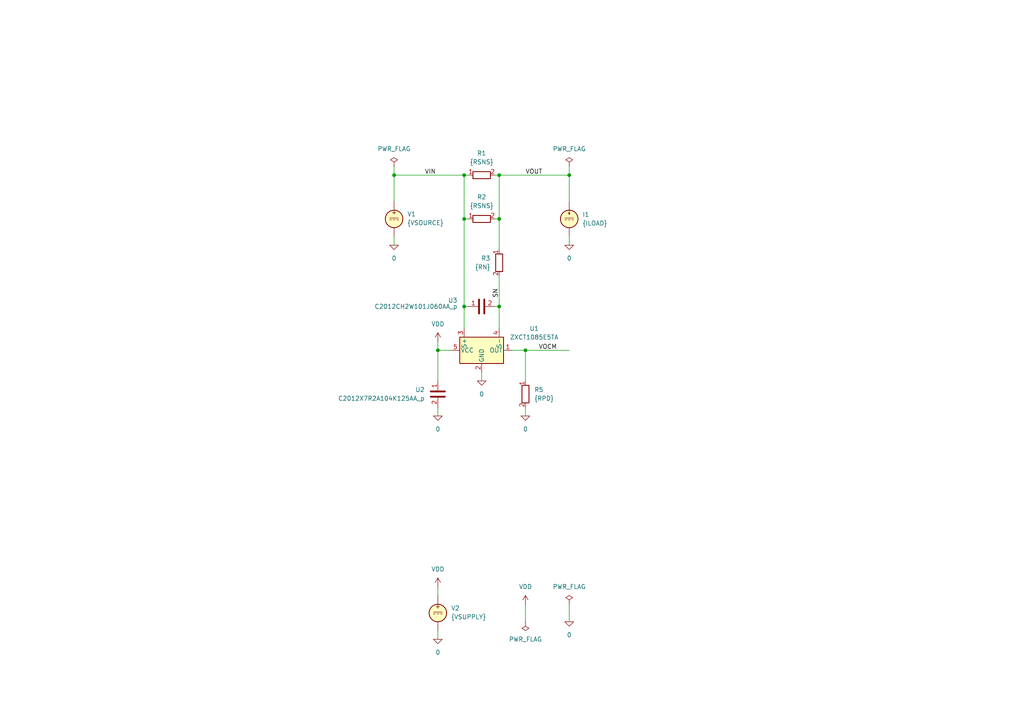
<source format=kicad_sch>
(kicad_sch
	(version 20231120)
	(generator "eeschema")
	(generator_version "8.0")
	(uuid "786903c5-f39d-4492-b767-66772001bda6")
	(paper "A4")
	(title_block
		(title "Voltage output current monitor")
		(date "2024-04-06")
		(rev "1")
		(company "astroelectronic@")
		(comment 1 "-")
		(comment 2 "-")
		(comment 3 "-")
		(comment 4 "AE01001085")
	)
	(lib_symbols
		(symbol "ZXCT1085:0"
			(power)
			(pin_numbers hide)
			(pin_names
				(offset 0) hide)
			(exclude_from_sim no)
			(in_bom yes)
			(on_board yes)
			(property "Reference" "#GND"
				(at 0 -5.08 0)
				(effects
					(font
						(size 1.27 1.27)
					)
					(hide yes)
				)
			)
			(property "Value" "0"
				(at 0 -2.54 0)
				(effects
					(font
						(size 1.27 1.27)
					)
				)
			)
			(property "Footprint" ""
				(at 0 0 0)
				(effects
					(font
						(size 1.27 1.27)
					)
					(hide yes)
				)
			)
			(property "Datasheet" "https://ngspice.sourceforge.io/docs/ngspice-html-manual/manual.xhtml#subsec_Circuit_elements__device"
				(at 0 -10.16 0)
				(effects
					(font
						(size 1.27 1.27)
					)
					(hide yes)
				)
			)
			(property "Description" "0V reference potential for simulation"
				(at 0 -7.62 0)
				(effects
					(font
						(size 1.27 1.27)
					)
					(hide yes)
				)
			)
			(property "ki_keywords" "simulation"
				(at 0 0 0)
				(effects
					(font
						(size 1.27 1.27)
					)
					(hide yes)
				)
			)
			(symbol "0_0_1"
				(polyline
					(pts
						(xy -1.27 0) (xy 0 -1.27) (xy 1.27 0) (xy -1.27 0)
					)
					(stroke
						(width 0)
						(type default)
					)
					(fill
						(type none)
					)
				)
			)
			(symbol "0_1_1"
				(pin power_in line
					(at 0 0 0)
					(length 0)
					(name "~"
						(effects
							(font
								(size 1.016 1.016)
							)
						)
					)
					(number "1"
						(effects
							(font
								(size 1.016 1.016)
							)
						)
					)
				)
			)
		)
		(symbol "ZXCT1085:C"
			(pin_names
				(offset 0.254) hide)
			(exclude_from_sim no)
			(in_bom yes)
			(on_board yes)
			(property "Reference" "C"
				(at 0.635 2.54 0)
				(effects
					(font
						(size 1.27 1.27)
					)
					(justify left)
				)
			)
			(property "Value" "C"
				(at 0.635 -2.54 0)
				(effects
					(font
						(size 1.27 1.27)
					)
					(justify left)
				)
			)
			(property "Footprint" ""
				(at 0.9652 -3.81 0)
				(effects
					(font
						(size 1.27 1.27)
					)
					(hide yes)
				)
			)
			(property "Datasheet" "~"
				(at 0 0 0)
				(effects
					(font
						(size 1.27 1.27)
					)
					(hide yes)
				)
			)
			(property "Description" "Unpolarized capacitor"
				(at 0 0 0)
				(effects
					(font
						(size 1.27 1.27)
					)
					(hide yes)
				)
			)
			(property "ki_keywords" "cap capacitor"
				(at 0 0 0)
				(effects
					(font
						(size 1.27 1.27)
					)
					(hide yes)
				)
			)
			(property "ki_fp_filters" "C_*"
				(at 0 0 0)
				(effects
					(font
						(size 1.27 1.27)
					)
					(hide yes)
				)
			)
			(symbol "C_0_1"
				(polyline
					(pts
						(xy -2.032 -0.762) (xy 2.032 -0.762)
					)
					(stroke
						(width 0.508)
						(type default)
					)
					(fill
						(type none)
					)
				)
				(polyline
					(pts
						(xy -2.032 0.762) (xy 2.032 0.762)
					)
					(stroke
						(width 0.508)
						(type default)
					)
					(fill
						(type none)
					)
				)
			)
			(symbol "C_1_1"
				(pin passive line
					(at 0 3.81 270)
					(length 2.794)
					(name "~"
						(effects
							(font
								(size 1.27 1.27)
							)
						)
					)
					(number "1"
						(effects
							(font
								(size 1.27 1.27)
							)
						)
					)
				)
				(pin passive line
					(at 0 -3.81 90)
					(length 2.794)
					(name "~"
						(effects
							(font
								(size 1.27 1.27)
							)
						)
					)
					(number "2"
						(effects
							(font
								(size 1.27 1.27)
							)
						)
					)
				)
			)
		)
		(symbol "ZXCT1085:IDC"
			(pin_numbers hide)
			(pin_names
				(offset 0.0254)
			)
			(exclude_from_sim no)
			(in_bom yes)
			(on_board yes)
			(property "Reference" "I"
				(at 2.54 2.54 0)
				(effects
					(font
						(size 1.27 1.27)
					)
					(justify left)
				)
			)
			(property "Value" "1"
				(at 2.54 0 0)
				(effects
					(font
						(size 1.27 1.27)
					)
					(justify left)
				)
			)
			(property "Footprint" ""
				(at 0 0 0)
				(effects
					(font
						(size 1.27 1.27)
					)
					(hide yes)
				)
			)
			(property "Datasheet" "https://ngspice.sourceforge.io/docs/ngspice-html-manual/manual.xhtml#sec_Independent_Sources_for"
				(at 0 0 0)
				(effects
					(font
						(size 1.27 1.27)
					)
					(hide yes)
				)
			)
			(property "Description" "Current source, DC"
				(at 0 0 0)
				(effects
					(font
						(size 1.27 1.27)
					)
					(hide yes)
				)
			)
			(property "Sim.Pins" "1=+ 2=-"
				(at 0 0 0)
				(effects
					(font
						(size 1.27 1.27)
					)
					(hide yes)
				)
			)
			(property "Sim.Type" "DC"
				(at 0 0 0)
				(effects
					(font
						(size 1.27 1.27)
					)
					(hide yes)
				)
			)
			(property "Sim.Device" "I"
				(at 0 0 0)
				(effects
					(font
						(size 1.27 1.27)
					)
					(hide yes)
				)
			)
			(property "ki_keywords" "simulation"
				(at 0 0 0)
				(effects
					(font
						(size 1.27 1.27)
					)
					(hide yes)
				)
			)
			(symbol "IDC_0_0"
				(polyline
					(pts
						(xy -1.27 0.254) (xy 1.27 0.254)
					)
					(stroke
						(width 0)
						(type default)
					)
					(fill
						(type none)
					)
				)
				(polyline
					(pts
						(xy -0.762 -0.254) (xy -1.27 -0.254)
					)
					(stroke
						(width 0)
						(type default)
					)
					(fill
						(type none)
					)
				)
				(polyline
					(pts
						(xy 0.254 -0.254) (xy -0.254 -0.254)
					)
					(stroke
						(width 0)
						(type default)
					)
					(fill
						(type none)
					)
				)
				(polyline
					(pts
						(xy 1.27 -0.254) (xy 0.762 -0.254)
					)
					(stroke
						(width 0)
						(type default)
					)
					(fill
						(type none)
					)
				)
			)
			(symbol "IDC_0_1"
				(polyline
					(pts
						(xy 0 1.27) (xy 0 2.286)
					)
					(stroke
						(width 0)
						(type default)
					)
					(fill
						(type none)
					)
				)
				(polyline
					(pts
						(xy -0.254 1.778) (xy 0 1.27) (xy 0.254 1.778)
					)
					(stroke
						(width 0)
						(type default)
					)
					(fill
						(type none)
					)
				)
				(circle
					(center 0 0)
					(radius 2.54)
					(stroke
						(width 0.254)
						(type default)
					)
					(fill
						(type background)
					)
				)
			)
			(symbol "IDC_1_1"
				(pin passive line
					(at 0 5.08 270)
					(length 2.54)
					(name "~"
						(effects
							(font
								(size 1.27 1.27)
							)
						)
					)
					(number "1"
						(effects
							(font
								(size 1.27 1.27)
							)
						)
					)
				)
				(pin passive line
					(at 0 -5.08 90)
					(length 2.54)
					(name "~"
						(effects
							(font
								(size 1.27 1.27)
							)
						)
					)
					(number "2"
						(effects
							(font
								(size 1.27 1.27)
							)
						)
					)
				)
			)
		)
		(symbol "ZXCT1085:PWR_FLAG"
			(power)
			(pin_numbers hide)
			(pin_names
				(offset 0) hide)
			(exclude_from_sim no)
			(in_bom yes)
			(on_board yes)
			(property "Reference" "#FLG"
				(at 0 1.905 0)
				(effects
					(font
						(size 1.27 1.27)
					)
					(hide yes)
				)
			)
			(property "Value" "PWR_FLAG"
				(at 0 3.81 0)
				(effects
					(font
						(size 1.27 1.27)
					)
				)
			)
			(property "Footprint" ""
				(at 0 0 0)
				(effects
					(font
						(size 1.27 1.27)
					)
					(hide yes)
				)
			)
			(property "Datasheet" "~"
				(at 0 0 0)
				(effects
					(font
						(size 1.27 1.27)
					)
					(hide yes)
				)
			)
			(property "Description" "Special symbol for telling ERC where power comes from"
				(at 0 0 0)
				(effects
					(font
						(size 1.27 1.27)
					)
					(hide yes)
				)
			)
			(property "ki_keywords" "flag power"
				(at 0 0 0)
				(effects
					(font
						(size 1.27 1.27)
					)
					(hide yes)
				)
			)
			(symbol "PWR_FLAG_0_0"
				(pin power_out line
					(at 0 0 90)
					(length 0)
					(name "~"
						(effects
							(font
								(size 1.27 1.27)
							)
						)
					)
					(number "1"
						(effects
							(font
								(size 1.27 1.27)
							)
						)
					)
				)
			)
			(symbol "PWR_FLAG_0_1"
				(polyline
					(pts
						(xy 0 0) (xy 0 1.27) (xy -1.016 1.905) (xy 0 2.54) (xy 1.016 1.905) (xy 0 1.27)
					)
					(stroke
						(width 0)
						(type default)
					)
					(fill
						(type none)
					)
				)
			)
		)
		(symbol "ZXCT1085:R"
			(pin_names
				(offset 0) hide)
			(exclude_from_sim no)
			(in_bom yes)
			(on_board yes)
			(property "Reference" "R"
				(at 2.032 0 90)
				(effects
					(font
						(size 1.27 1.27)
					)
				)
			)
			(property "Value" "R"
				(at 0 0 90)
				(effects
					(font
						(size 1.27 1.27)
					)
				)
			)
			(property "Footprint" ""
				(at -1.778 0 90)
				(effects
					(font
						(size 1.27 1.27)
					)
					(hide yes)
				)
			)
			(property "Datasheet" "~"
				(at 0 0 0)
				(effects
					(font
						(size 1.27 1.27)
					)
					(hide yes)
				)
			)
			(property "Description" "Resistor"
				(at 0 0 0)
				(effects
					(font
						(size 1.27 1.27)
					)
					(hide yes)
				)
			)
			(property "ki_keywords" "R res resistor"
				(at 0 0 0)
				(effects
					(font
						(size 1.27 1.27)
					)
					(hide yes)
				)
			)
			(property "ki_fp_filters" "R_*"
				(at 0 0 0)
				(effects
					(font
						(size 1.27 1.27)
					)
					(hide yes)
				)
			)
			(symbol "R_0_1"
				(rectangle
					(start -1.016 -2.54)
					(end 1.016 2.54)
					(stroke
						(width 0.254)
						(type default)
					)
					(fill
						(type none)
					)
				)
			)
			(symbol "R_1_1"
				(pin passive line
					(at 0 3.81 270)
					(length 1.27)
					(name "~"
						(effects
							(font
								(size 1.27 1.27)
							)
						)
					)
					(number "1"
						(effects
							(font
								(size 1.27 1.27)
							)
						)
					)
				)
				(pin passive line
					(at 0 -3.81 90)
					(length 1.27)
					(name "~"
						(effects
							(font
								(size 1.27 1.27)
							)
						)
					)
					(number "2"
						(effects
							(font
								(size 1.27 1.27)
							)
						)
					)
				)
			)
		)
		(symbol "ZXCT1085:VDC"
			(pin_numbers hide)
			(pin_names
				(offset 0.0254)
			)
			(exclude_from_sim no)
			(in_bom yes)
			(on_board yes)
			(property "Reference" "V"
				(at 2.54 2.54 0)
				(effects
					(font
						(size 1.27 1.27)
					)
					(justify left)
				)
			)
			(property "Value" "1"
				(at 2.54 0 0)
				(effects
					(font
						(size 1.27 1.27)
					)
					(justify left)
				)
			)
			(property "Footprint" ""
				(at 0 0 0)
				(effects
					(font
						(size 1.27 1.27)
					)
					(hide yes)
				)
			)
			(property "Datasheet" "https://ngspice.sourceforge.io/docs/ngspice-html-manual/manual.xhtml#sec_Independent_Sources_for"
				(at 0 0 0)
				(effects
					(font
						(size 1.27 1.27)
					)
					(hide yes)
				)
			)
			(property "Description" "Voltage source, DC"
				(at 0 0 0)
				(effects
					(font
						(size 1.27 1.27)
					)
					(hide yes)
				)
			)
			(property "Sim.Pins" "1=+ 2=-"
				(at 0 0 0)
				(effects
					(font
						(size 1.27 1.27)
					)
					(hide yes)
				)
			)
			(property "Sim.Type" "DC"
				(at 0 0 0)
				(effects
					(font
						(size 1.27 1.27)
					)
					(hide yes)
				)
			)
			(property "Sim.Device" "V"
				(at 0 0 0)
				(effects
					(font
						(size 1.27 1.27)
					)
					(justify left)
					(hide yes)
				)
			)
			(property "ki_keywords" "simulation"
				(at 0 0 0)
				(effects
					(font
						(size 1.27 1.27)
					)
					(hide yes)
				)
			)
			(symbol "VDC_0_0"
				(polyline
					(pts
						(xy -1.27 0.254) (xy 1.27 0.254)
					)
					(stroke
						(width 0)
						(type default)
					)
					(fill
						(type none)
					)
				)
				(polyline
					(pts
						(xy -0.762 -0.254) (xy -1.27 -0.254)
					)
					(stroke
						(width 0)
						(type default)
					)
					(fill
						(type none)
					)
				)
				(polyline
					(pts
						(xy 0.254 -0.254) (xy -0.254 -0.254)
					)
					(stroke
						(width 0)
						(type default)
					)
					(fill
						(type none)
					)
				)
				(polyline
					(pts
						(xy 1.27 -0.254) (xy 0.762 -0.254)
					)
					(stroke
						(width 0)
						(type default)
					)
					(fill
						(type none)
					)
				)
				(text "+"
					(at 0 1.905 0)
					(effects
						(font
							(size 1.27 1.27)
						)
					)
				)
			)
			(symbol "VDC_0_1"
				(circle
					(center 0 0)
					(radius 2.54)
					(stroke
						(width 0.254)
						(type default)
					)
					(fill
						(type background)
					)
				)
			)
			(symbol "VDC_1_1"
				(pin passive line
					(at 0 5.08 270)
					(length 2.54)
					(name "~"
						(effects
							(font
								(size 1.27 1.27)
							)
						)
					)
					(number "1"
						(effects
							(font
								(size 1.27 1.27)
							)
						)
					)
				)
				(pin passive line
					(at 0 -5.08 90)
					(length 2.54)
					(name "~"
						(effects
							(font
								(size 1.27 1.27)
							)
						)
					)
					(number "2"
						(effects
							(font
								(size 1.27 1.27)
							)
						)
					)
				)
			)
		)
		(symbol "ZXCT1085:VDD"
			(power)
			(pin_numbers hide)
			(pin_names
				(offset 0) hide)
			(exclude_from_sim no)
			(in_bom yes)
			(on_board yes)
			(property "Reference" "#PWR"
				(at 0 -3.81 0)
				(effects
					(font
						(size 1.27 1.27)
					)
					(hide yes)
				)
			)
			(property "Value" "VDD"
				(at 0 3.556 0)
				(effects
					(font
						(size 1.27 1.27)
					)
				)
			)
			(property "Footprint" ""
				(at 0 0 0)
				(effects
					(font
						(size 1.27 1.27)
					)
					(hide yes)
				)
			)
			(property "Datasheet" ""
				(at 0 0 0)
				(effects
					(font
						(size 1.27 1.27)
					)
					(hide yes)
				)
			)
			(property "Description" "Power symbol creates a global label with name \"VDD\""
				(at 0 0 0)
				(effects
					(font
						(size 1.27 1.27)
					)
					(hide yes)
				)
			)
			(property "ki_keywords" "global power"
				(at 0 0 0)
				(effects
					(font
						(size 1.27 1.27)
					)
					(hide yes)
				)
			)
			(symbol "VDD_0_1"
				(polyline
					(pts
						(xy -0.762 1.27) (xy 0 2.54)
					)
					(stroke
						(width 0)
						(type default)
					)
					(fill
						(type none)
					)
				)
				(polyline
					(pts
						(xy 0 0) (xy 0 2.54)
					)
					(stroke
						(width 0)
						(type default)
					)
					(fill
						(type none)
					)
				)
				(polyline
					(pts
						(xy 0 2.54) (xy 0.762 1.27)
					)
					(stroke
						(width 0)
						(type default)
					)
					(fill
						(type none)
					)
				)
			)
			(symbol "VDD_1_1"
				(pin power_in line
					(at 0 0 90)
					(length 0)
					(name "~"
						(effects
							(font
								(size 1.27 1.27)
							)
						)
					)
					(number "1"
						(effects
							(font
								(size 1.27 1.27)
							)
						)
					)
				)
			)
		)
		(symbol "ZXCT1085:ZXCT1085"
			(pin_names
				(offset 0.254)
			)
			(exclude_from_sim no)
			(in_bom yes)
			(on_board yes)
			(property "Reference" "U"
				(at 7.62 1.27 0)
				(effects
					(font
						(size 1.27 1.27)
					)
					(justify left)
				)
			)
			(property "Value" "ZXCT1085"
				(at 7.62 -1.27 0)
				(effects
					(font
						(size 1.27 1.27)
					)
					(justify left)
				)
			)
			(property "Footprint" ""
				(at 0 0 0)
				(effects
					(font
						(size 1.27 1.27)
					)
					(hide yes)
				)
			)
			(property "Datasheet" "https://www.diodes.com/assets/Datasheets/ZXCT1085.pdf"
				(at -0.254 0.254 0)
				(effects
					(font
						(size 1.27 1.27)
					)
					(hide yes)
				)
			)
			(property "Description" ""
				(at 0 0 0)
				(effects
					(font
						(size 1.27 1.27)
					)
					(hide yes)
				)
			)
			(property "ki_keywords" "simmodeel"
				(at 0 0 0)
				(effects
					(font
						(size 1.27 1.27)
					)
					(hide yes)
				)
			)
			(property "ki_fp_filters" "SOT?23*"
				(at 0 0 0)
				(effects
					(font
						(size 1.27 1.27)
					)
					(hide yes)
				)
			)
			(symbol "ZXCT1085_0_1"
				(rectangle
					(start -6.35 3.81)
					(end 6.35 -3.81)
					(stroke
						(width 0.254)
						(type default)
					)
					(fill
						(type background)
					)
				)
			)
			(symbol "ZXCT1085_1_1"
				(pin passive line
					(at 8.89 0 180)
					(length 2.54)
					(name "OUT"
						(effects
							(font
								(size 1.27 1.27)
							)
						)
					)
					(number "1"
						(effects
							(font
								(size 1.27 1.27)
							)
						)
					)
				)
				(pin passive line
					(at 0 -6.35 90)
					(length 2.54)
					(name "GND"
						(effects
							(font
								(size 1.27 1.27)
							)
						)
					)
					(number "2"
						(effects
							(font
								(size 1.27 1.27)
							)
						)
					)
				)
				(pin passive line
					(at -5.08 6.35 270)
					(length 2.54)
					(name "S+"
						(effects
							(font
								(size 1.27 1.27)
							)
						)
					)
					(number "3"
						(effects
							(font
								(size 1.27 1.27)
							)
						)
					)
				)
				(pin passive line
					(at 5.08 6.35 270)
					(length 2.54)
					(name "S-"
						(effects
							(font
								(size 1.27 1.27)
							)
						)
					)
					(number "4"
						(effects
							(font
								(size 1.27 1.27)
							)
						)
					)
				)
				(pin passive line
					(at -8.89 0 0)
					(length 2.54)
					(name "VCC"
						(effects
							(font
								(size 1.27 1.27)
							)
						)
					)
					(number "5"
						(effects
							(font
								(size 1.27 1.27)
							)
						)
					)
				)
			)
		)
	)
	(junction
		(at 134.62 88.9)
		(diameter 0)
		(color 0 0 0 0)
		(uuid "15fcee5c-2427-49de-9d58-00493536f4f7")
	)
	(junction
		(at 127 101.6)
		(diameter 0)
		(color 0 0 0 0)
		(uuid "3ec1f937-29f9-4c8e-9714-caaf56f63b95")
	)
	(junction
		(at 144.78 88.9)
		(diameter 0)
		(color 0 0 0 0)
		(uuid "5cc46125-2df1-4eff-a036-1843c457398a")
	)
	(junction
		(at 114.3 50.8)
		(diameter 0)
		(color 0 0 0 0)
		(uuid "5e72133c-0691-4731-a725-17452f5e3a94")
	)
	(junction
		(at 144.78 63.5)
		(diameter 0)
		(color 0 0 0 0)
		(uuid "6b1a8690-e9d4-4e6e-9aaa-42d0ced9724e")
	)
	(junction
		(at 144.78 50.8)
		(diameter 0)
		(color 0 0 0 0)
		(uuid "76bae42a-1ffd-4d9e-a514-f0ce0cc45571")
	)
	(junction
		(at 165.1 50.8)
		(diameter 0)
		(color 0 0 0 0)
		(uuid "778d86ad-b8aa-4d27-a2a7-7c9bae451c94")
	)
	(junction
		(at 134.62 63.5)
		(diameter 0)
		(color 0 0 0 0)
		(uuid "99855b65-33e3-4b5c-a6aa-d31e30e6b6c9")
	)
	(junction
		(at 134.62 50.8)
		(diameter 0)
		(color 0 0 0 0)
		(uuid "a5eeda4d-0bd1-4eca-8cce-e8eb4ae265dd")
	)
	(junction
		(at 152.4 101.6)
		(diameter 0)
		(color 0 0 0 0)
		(uuid "f3d1bd19-c2ed-41a0-92e9-3d39b8b75496")
	)
	(wire
		(pts
			(xy 152.4 175.26) (xy 152.4 180.34)
		)
		(stroke
			(width 0)
			(type default)
		)
		(uuid "0215b628-212c-4795-894b-7f25f35fd5d4")
	)
	(wire
		(pts
			(xy 127 99.06) (xy 127 101.6)
		)
		(stroke
			(width 0)
			(type default)
		)
		(uuid "0251deaf-1a4f-4974-8555-3abdecd65eae")
	)
	(wire
		(pts
			(xy 152.4 101.6) (xy 152.4 110.49)
		)
		(stroke
			(width 0)
			(type default)
		)
		(uuid "077980af-bb11-4c8d-8f57-0572714c2863")
	)
	(wire
		(pts
			(xy 144.78 88.9) (xy 143.51 88.9)
		)
		(stroke
			(width 0)
			(type default)
		)
		(uuid "11eaa658-53ac-490e-90ed-5abc92c574e2")
	)
	(wire
		(pts
			(xy 165.1 48.26) (xy 165.1 50.8)
		)
		(stroke
			(width 0)
			(type default)
		)
		(uuid "1234d257-919b-4cc9-afca-10aef5aebb3c")
	)
	(wire
		(pts
			(xy 144.78 95.25) (xy 144.78 88.9)
		)
		(stroke
			(width 0)
			(type default)
		)
		(uuid "175735f2-dd36-494c-bb72-68e2faeb2852")
	)
	(wire
		(pts
			(xy 144.78 50.8) (xy 165.1 50.8)
		)
		(stroke
			(width 0)
			(type default)
		)
		(uuid "1890f4f7-a5fe-4bad-89bd-33fffd6a4adc")
	)
	(wire
		(pts
			(xy 134.62 95.25) (xy 134.62 88.9)
		)
		(stroke
			(width 0)
			(type default)
		)
		(uuid "24cea43b-e839-4a52-9f5e-3ed022710f77")
	)
	(wire
		(pts
			(xy 144.78 63.5) (xy 144.78 50.8)
		)
		(stroke
			(width 0)
			(type default)
		)
		(uuid "26dadbf5-60be-42db-8a7f-6c38282be27a")
	)
	(wire
		(pts
			(xy 152.4 118.11) (xy 152.4 120.65)
		)
		(stroke
			(width 0)
			(type default)
		)
		(uuid "35542498-b834-48a0-b85b-0a885fc8ed55")
	)
	(wire
		(pts
			(xy 134.62 88.9) (xy 134.62 63.5)
		)
		(stroke
			(width 0)
			(type default)
		)
		(uuid "36e6b21b-58d5-4de1-8f5f-36c95c869adf")
	)
	(wire
		(pts
			(xy 114.3 48.26) (xy 114.3 50.8)
		)
		(stroke
			(width 0)
			(type default)
		)
		(uuid "37e7d36c-ccd8-47b7-973b-3226a30b09a6")
	)
	(wire
		(pts
			(xy 134.62 50.8) (xy 135.89 50.8)
		)
		(stroke
			(width 0)
			(type default)
		)
		(uuid "3fce04c1-4b8b-42eb-a364-9108326277ea")
	)
	(wire
		(pts
			(xy 144.78 50.8) (xy 143.51 50.8)
		)
		(stroke
			(width 0)
			(type default)
		)
		(uuid "419d2316-e016-4a56-84e3-fe9c4608c409")
	)
	(wire
		(pts
			(xy 144.78 63.5) (xy 143.51 63.5)
		)
		(stroke
			(width 0)
			(type default)
		)
		(uuid "46cafb8b-6251-49b7-8963-3742e2603e82")
	)
	(wire
		(pts
			(xy 139.7 107.95) (xy 139.7 110.49)
		)
		(stroke
			(width 0)
			(type default)
		)
		(uuid "567bfd62-b740-4f78-80e4-a73835a6eb2c")
	)
	(wire
		(pts
			(xy 152.4 101.6) (xy 165.1 101.6)
		)
		(stroke
			(width 0)
			(type default)
		)
		(uuid "6c0c4b79-56e2-4491-bdd6-8037d8afca06")
	)
	(wire
		(pts
			(xy 165.1 68.58) (xy 165.1 71.12)
		)
		(stroke
			(width 0)
			(type default)
		)
		(uuid "72dea0cf-4785-4124-bfe6-a1767bf1e6b1")
	)
	(wire
		(pts
			(xy 134.62 63.5) (xy 134.62 50.8)
		)
		(stroke
			(width 0)
			(type default)
		)
		(uuid "75270fd3-0253-40f0-8a83-fa1c51d06d32")
	)
	(wire
		(pts
			(xy 144.78 80.01) (xy 144.78 88.9)
		)
		(stroke
			(width 0)
			(type default)
		)
		(uuid "7a3f2a1c-8579-42b7-89ce-01f222854318")
	)
	(wire
		(pts
			(xy 127 182.88) (xy 127 185.42)
		)
		(stroke
			(width 0)
			(type default)
		)
		(uuid "7ec7dbb6-9239-4f33-a006-1e9e22c58fbe")
	)
	(wire
		(pts
			(xy 127 170.18) (xy 127 172.72)
		)
		(stroke
			(width 0)
			(type default)
		)
		(uuid "85072239-15b8-478d-a1d0-5ba49fc438c4")
	)
	(wire
		(pts
			(xy 127 110.49) (xy 127 101.6)
		)
		(stroke
			(width 0)
			(type default)
		)
		(uuid "8b74db20-34f6-47a2-a810-752840237eb2")
	)
	(wire
		(pts
			(xy 114.3 50.8) (xy 134.62 50.8)
		)
		(stroke
			(width 0)
			(type default)
		)
		(uuid "8f3f668e-9988-4ca8-a7b6-0eca90adff8a")
	)
	(wire
		(pts
			(xy 134.62 88.9) (xy 135.89 88.9)
		)
		(stroke
			(width 0)
			(type default)
		)
		(uuid "8f8aa475-4ad0-4384-9c0d-f4ada246adb0")
	)
	(wire
		(pts
			(xy 165.1 175.26) (xy 165.1 180.34)
		)
		(stroke
			(width 0)
			(type default)
		)
		(uuid "96fc6d0c-5c2a-4927-b4b2-1f9c21dbfca0")
	)
	(wire
		(pts
			(xy 127 101.6) (xy 130.81 101.6)
		)
		(stroke
			(width 0)
			(type default)
		)
		(uuid "98414765-4e5c-4515-8ec4-5fe51b91668a")
	)
	(wire
		(pts
			(xy 134.62 63.5) (xy 135.89 63.5)
		)
		(stroke
			(width 0)
			(type default)
		)
		(uuid "a383b14e-f558-45c5-a177-bd86aa22c5ff")
	)
	(wire
		(pts
			(xy 144.78 72.39) (xy 144.78 63.5)
		)
		(stroke
			(width 0)
			(type default)
		)
		(uuid "ad19695e-fac8-47d5-a116-5502d5ace70c")
	)
	(wire
		(pts
			(xy 165.1 50.8) (xy 165.1 58.42)
		)
		(stroke
			(width 0)
			(type default)
		)
		(uuid "d6646fd8-2518-4430-a844-2221a011f3c0")
	)
	(wire
		(pts
			(xy 114.3 68.58) (xy 114.3 71.12)
		)
		(stroke
			(width 0)
			(type default)
		)
		(uuid "de28effa-8f8f-4486-a3c3-197b7f68f550")
	)
	(wire
		(pts
			(xy 127 118.11) (xy 127 120.65)
		)
		(stroke
			(width 0)
			(type default)
		)
		(uuid "e619979e-7883-405f-b4c1-60a8671ddded")
	)
	(wire
		(pts
			(xy 114.3 58.42) (xy 114.3 50.8)
		)
		(stroke
			(width 0)
			(type default)
		)
		(uuid "ea8c634e-7793-4f03-be63-5b64b36036ad")
	)
	(wire
		(pts
			(xy 148.59 101.6) (xy 152.4 101.6)
		)
		(stroke
			(width 0)
			(type default)
		)
		(uuid "fa316e6c-46cd-4ada-8661-65352008f0c4")
	)
	(label "VOUT"
		(at 152.4 50.8 0)
		(fields_autoplaced yes)
		(effects
			(font
				(size 1.27 1.27)
			)
			(justify left bottom)
		)
		(uuid "75fb80a4-cc61-403d-bf94-54972cdb268a")
	)
	(label "SN"
		(at 144.78 86.36 90)
		(fields_autoplaced yes)
		(effects
			(font
				(size 1.27 1.27)
			)
			(justify left bottom)
		)
		(uuid "779affe6-b34e-4bfc-b191-c8ddf1a25262")
	)
	(label "VIN"
		(at 123.19 50.8 0)
		(fields_autoplaced yes)
		(effects
			(font
				(size 1.27 1.27)
			)
			(justify left bottom)
		)
		(uuid "a345b0b5-5d2f-4872-9044-9b9d7a301d59")
	)
	(label "VOCM"
		(at 156.21 101.6 0)
		(fields_autoplaced yes)
		(effects
			(font
				(size 1.27 1.27)
			)
			(justify left bottom)
		)
		(uuid "c1d5ba1e-8512-4db7-a163-8f62fc080dc9")
	)
	(symbol
		(lib_id "ZXCT1085:PWR_FLAG")
		(at 165.1 175.26 0)
		(unit 1)
		(exclude_from_sim no)
		(in_bom yes)
		(on_board yes)
		(dnp no)
		(fields_autoplaced yes)
		(uuid "0800984f-6324-4f67-949a-ef9b0c939c3f")
		(property "Reference" "#FLG03"
			(at 165.1 173.355 0)
			(effects
				(font
					(size 1.27 1.27)
				)
				(hide yes)
			)
		)
		(property "Value" "PWR_FLAG"
			(at 165.1 170.18 0)
			(effects
				(font
					(size 1.27 1.27)
				)
			)
		)
		(property "Footprint" ""
			(at 165.1 175.26 0)
			(effects
				(font
					(size 1.27 1.27)
				)
				(hide yes)
			)
		)
		(property "Datasheet" "~"
			(at 165.1 175.26 0)
			(effects
				(font
					(size 1.27 1.27)
				)
				(hide yes)
			)
		)
		(property "Description" "Special symbol for telling ERC where power comes from"
			(at 165.1 175.26 0)
			(effects
				(font
					(size 1.27 1.27)
				)
				(hide yes)
			)
		)
		(pin "1"
			(uuid "6c095738-0cd8-421c-822f-9923bc375b13")
		)
		(instances
			(project "ZXCT1085"
				(path "/786903c5-f39d-4492-b767-66772001bda6"
					(reference "#FLG03")
					(unit 1)
				)
			)
		)
	)
	(symbol
		(lib_id "ZXCT1085:0")
		(at 152.4 120.65 0)
		(unit 1)
		(exclude_from_sim no)
		(in_bom yes)
		(on_board yes)
		(dnp no)
		(fields_autoplaced yes)
		(uuid "0fa1c324-eead-4d2f-8f45-92566de2b9b6")
		(property "Reference" "#GND04"
			(at 152.4 125.73 0)
			(effects
				(font
					(size 1.27 1.27)
				)
				(hide yes)
			)
		)
		(property "Value" "0"
			(at 152.4 124.46 0)
			(effects
				(font
					(size 1.27 1.27)
				)
			)
		)
		(property "Footprint" ""
			(at 152.4 120.65 0)
			(effects
				(font
					(size 1.27 1.27)
				)
				(hide yes)
			)
		)
		(property "Datasheet" "https://ngspice.sourceforge.io/docs/ngspice-html-manual/manual.xhtml#subsec_Circuit_elements__device"
			(at 152.4 130.81 0)
			(effects
				(font
					(size 1.27 1.27)
				)
				(hide yes)
			)
		)
		(property "Description" "0V reference potential for simulation"
			(at 152.4 128.27 0)
			(effects
				(font
					(size 1.27 1.27)
				)
				(hide yes)
			)
		)
		(pin "1"
			(uuid "c7a6039c-eabd-48ae-9726-ed59da130570")
		)
		(instances
			(project "ZXCT1085"
				(path "/786903c5-f39d-4492-b767-66772001bda6"
					(reference "#GND04")
					(unit 1)
				)
			)
		)
	)
	(symbol
		(lib_id "ZXCT1085:R")
		(at 139.7 63.5 90)
		(unit 1)
		(exclude_from_sim no)
		(in_bom yes)
		(on_board yes)
		(dnp no)
		(fields_autoplaced yes)
		(uuid "27933474-6587-42c9-8699-86901b39c091")
		(property "Reference" "R2"
			(at 139.7 57.15 90)
			(effects
				(font
					(size 1.27 1.27)
				)
			)
		)
		(property "Value" "{RSNS}"
			(at 139.7 59.69 90)
			(effects
				(font
					(size 1.27 1.27)
				)
			)
		)
		(property "Footprint" ""
			(at 139.7 65.278 90)
			(effects
				(font
					(size 1.27 1.27)
				)
				(hide yes)
			)
		)
		(property "Datasheet" "~"
			(at 139.7 63.5 0)
			(effects
				(font
					(size 1.27 1.27)
				)
				(hide yes)
			)
		)
		(property "Description" "Resistor"
			(at 139.7 63.5 0)
			(effects
				(font
					(size 1.27 1.27)
				)
				(hide yes)
			)
		)
		(pin "2"
			(uuid "4890a793-4bb6-45ba-b506-b74e3608108d")
		)
		(pin "1"
			(uuid "f38c44fb-8c5b-489d-874c-5cb6a2d3be15")
		)
		(instances
			(project "ZXCT1085"
				(path "/786903c5-f39d-4492-b767-66772001bda6"
					(reference "R2")
					(unit 1)
				)
			)
		)
	)
	(symbol
		(lib_id "ZXCT1085:R")
		(at 139.7 50.8 90)
		(unit 1)
		(exclude_from_sim no)
		(in_bom yes)
		(on_board yes)
		(dnp no)
		(fields_autoplaced yes)
		(uuid "27b86754-9b24-4b46-9852-87e20fa8e04c")
		(property "Reference" "R1"
			(at 139.7 44.45 90)
			(effects
				(font
					(size 1.27 1.27)
				)
			)
		)
		(property "Value" "{RSNS}"
			(at 139.7 46.99 90)
			(effects
				(font
					(size 1.27 1.27)
				)
			)
		)
		(property "Footprint" ""
			(at 139.7 52.578 90)
			(effects
				(font
					(size 1.27 1.27)
				)
				(hide yes)
			)
		)
		(property "Datasheet" "~"
			(at 139.7 50.8 0)
			(effects
				(font
					(size 1.27 1.27)
				)
				(hide yes)
			)
		)
		(property "Description" "Resistor"
			(at 139.7 50.8 0)
			(effects
				(font
					(size 1.27 1.27)
				)
				(hide yes)
			)
		)
		(pin "2"
			(uuid "a9e887d7-b64e-4c7a-bc2e-92af4f4a9676")
		)
		(pin "1"
			(uuid "3ac32942-a898-4364-8f51-6725439b166a")
		)
		(instances
			(project "ZXCT1085"
				(path "/786903c5-f39d-4492-b767-66772001bda6"
					(reference "R1")
					(unit 1)
				)
			)
		)
	)
	(symbol
		(lib_id "ZXCT1085:VDC")
		(at 114.3 63.5 0)
		(unit 1)
		(exclude_from_sim no)
		(in_bom yes)
		(on_board yes)
		(dnp no)
		(fields_autoplaced yes)
		(uuid "2d4b906e-dda3-47ee-9a8b-671d3412ac18")
		(property "Reference" "V1"
			(at 118.11 62.1001 0)
			(effects
				(font
					(size 1.27 1.27)
				)
				(justify left)
			)
		)
		(property "Value" "{VSOURCE}"
			(at 118.11 64.6401 0)
			(effects
				(font
					(size 1.27 1.27)
				)
				(justify left)
			)
		)
		(property "Footprint" ""
			(at 114.3 63.5 0)
			(effects
				(font
					(size 1.27 1.27)
				)
				(hide yes)
			)
		)
		(property "Datasheet" "https://ngspice.sourceforge.io/docs/ngspice-html-manual/manual.xhtml#sec_Independent_Sources_for"
			(at 114.3 63.5 0)
			(effects
				(font
					(size 1.27 1.27)
				)
				(hide yes)
			)
		)
		(property "Description" "Voltage source, DC"
			(at 114.3 63.5 0)
			(effects
				(font
					(size 1.27 1.27)
				)
				(hide yes)
			)
		)
		(property "Sim.Pins" "1=+ 2=-"
			(at 114.3 63.5 0)
			(effects
				(font
					(size 1.27 1.27)
				)
				(hide yes)
			)
		)
		(property "Sim.Type" "DC"
			(at 114.3 63.5 0)
			(effects
				(font
					(size 1.27 1.27)
				)
				(hide yes)
			)
		)
		(property "Sim.Device" "V"
			(at 114.3 63.5 0)
			(effects
				(font
					(size 1.27 1.27)
				)
				(justify left)
				(hide yes)
			)
		)
		(pin "2"
			(uuid "c3104649-9bbc-41e0-8145-a1b1d27e6a70")
		)
		(pin "1"
			(uuid "8bdb5583-4f7f-439e-9cb7-5626ae69475c")
		)
		(instances
			(project "ZXCT1085"
				(path "/786903c5-f39d-4492-b767-66772001bda6"
					(reference "V1")
					(unit 1)
				)
			)
		)
	)
	(symbol
		(lib_id "ZXCT1085:R")
		(at 144.78 76.2 0)
		(unit 1)
		(exclude_from_sim no)
		(in_bom yes)
		(on_board yes)
		(dnp no)
		(fields_autoplaced yes)
		(uuid "3a7795f1-9aeb-421f-a771-00208a9c8368")
		(property "Reference" "R3"
			(at 142.24 74.9299 0)
			(effects
				(font
					(size 1.27 1.27)
				)
				(justify right)
			)
		)
		(property "Value" "{RN}"
			(at 142.24 77.4699 0)
			(effects
				(font
					(size 1.27 1.27)
				)
				(justify right)
			)
		)
		(property "Footprint" ""
			(at 143.002 76.2 90)
			(effects
				(font
					(size 1.27 1.27)
				)
				(hide yes)
			)
		)
		(property "Datasheet" "~"
			(at 144.78 76.2 0)
			(effects
				(font
					(size 1.27 1.27)
				)
				(hide yes)
			)
		)
		(property "Description" "Resistor"
			(at 144.78 76.2 0)
			(effects
				(font
					(size 1.27 1.27)
				)
				(hide yes)
			)
		)
		(pin "2"
			(uuid "d8511c88-f6a1-41f3-832b-4bfe73027000")
		)
		(pin "1"
			(uuid "61a2b9f7-25d4-49b5-8b11-58fc5e9ab751")
		)
		(instances
			(project "ZXCT1085"
				(path "/786903c5-f39d-4492-b767-66772001bda6"
					(reference "R3")
					(unit 1)
				)
			)
		)
	)
	(symbol
		(lib_id "ZXCT1085:0")
		(at 127 120.65 0)
		(unit 1)
		(exclude_from_sim no)
		(in_bom yes)
		(on_board yes)
		(dnp no)
		(fields_autoplaced yes)
		(uuid "3caa9f00-b823-4699-9265-3aa27c32451a")
		(property "Reference" "#GND03"
			(at 127 125.73 0)
			(effects
				(font
					(size 1.27 1.27)
				)
				(hide yes)
			)
		)
		(property "Value" "0"
			(at 127 124.46 0)
			(effects
				(font
					(size 1.27 1.27)
				)
			)
		)
		(property "Footprint" ""
			(at 127 120.65 0)
			(effects
				(font
					(size 1.27 1.27)
				)
				(hide yes)
			)
		)
		(property "Datasheet" "https://ngspice.sourceforge.io/docs/ngspice-html-manual/manual.xhtml#subsec_Circuit_elements__device"
			(at 127 130.81 0)
			(effects
				(font
					(size 1.27 1.27)
				)
				(hide yes)
			)
		)
		(property "Description" "0V reference potential for simulation"
			(at 127 128.27 0)
			(effects
				(font
					(size 1.27 1.27)
				)
				(hide yes)
			)
		)
		(pin "1"
			(uuid "c42c511f-6f44-4fd0-b77e-ca531593f03a")
		)
		(instances
			(project "ZXCT1085"
				(path "/786903c5-f39d-4492-b767-66772001bda6"
					(reference "#GND03")
					(unit 1)
				)
			)
		)
	)
	(symbol
		(lib_id "ZXCT1085:VDD")
		(at 127 99.06 0)
		(unit 1)
		(exclude_from_sim no)
		(in_bom yes)
		(on_board yes)
		(dnp no)
		(fields_autoplaced yes)
		(uuid "49812d34-4400-46ed-9f1d-4698b3658e0f")
		(property "Reference" "#PWR01"
			(at 127 102.87 0)
			(effects
				(font
					(size 1.27 1.27)
				)
				(hide yes)
			)
		)
		(property "Value" "VDD"
			(at 127 93.98 0)
			(effects
				(font
					(size 1.27 1.27)
				)
			)
		)
		(property "Footprint" ""
			(at 127 99.06 0)
			(effects
				(font
					(size 1.27 1.27)
				)
				(hide yes)
			)
		)
		(property "Datasheet" ""
			(at 127 99.06 0)
			(effects
				(font
					(size 1.27 1.27)
				)
				(hide yes)
			)
		)
		(property "Description" "Power symbol creates a global label with name \"VDD\""
			(at 127 99.06 0)
			(effects
				(font
					(size 1.27 1.27)
				)
				(hide yes)
			)
		)
		(pin "1"
			(uuid "b7f2d545-0720-46b5-86c9-2dbdc0c65fb3")
		)
		(instances
			(project "ZXCT1085"
				(path "/786903c5-f39d-4492-b767-66772001bda6"
					(reference "#PWR01")
					(unit 1)
				)
			)
		)
	)
	(symbol
		(lib_id "ZXCT1085:VDD")
		(at 152.4 175.26 0)
		(unit 1)
		(exclude_from_sim no)
		(in_bom yes)
		(on_board yes)
		(dnp no)
		(fields_autoplaced yes)
		(uuid "4b37c51b-1017-4407-9f15-8be0ead3abbb")
		(property "Reference" "#PWR03"
			(at 152.4 179.07 0)
			(effects
				(font
					(size 1.27 1.27)
				)
				(hide yes)
			)
		)
		(property "Value" "VDD"
			(at 152.4 170.18 0)
			(effects
				(font
					(size 1.27 1.27)
				)
			)
		)
		(property "Footprint" ""
			(at 152.4 175.26 0)
			(effects
				(font
					(size 1.27 1.27)
				)
				(hide yes)
			)
		)
		(property "Datasheet" ""
			(at 152.4 175.26 0)
			(effects
				(font
					(size 1.27 1.27)
				)
				(hide yes)
			)
		)
		(property "Description" "Power symbol creates a global label with name \"VDD\""
			(at 152.4 175.26 0)
			(effects
				(font
					(size 1.27 1.27)
				)
				(hide yes)
			)
		)
		(pin "1"
			(uuid "0b2d7974-4cd8-424c-8c9e-53137b74e5aa")
		)
		(instances
			(project "ZXCT1085"
				(path "/786903c5-f39d-4492-b767-66772001bda6"
					(reference "#PWR03")
					(unit 1)
				)
			)
		)
	)
	(symbol
		(lib_id "ZXCT1085:0")
		(at 139.7 110.49 0)
		(unit 1)
		(exclude_from_sim no)
		(in_bom yes)
		(on_board yes)
		(dnp no)
		(fields_autoplaced yes)
		(uuid "595e58f7-a3f3-4ca6-9503-afe1c653e24d")
		(property "Reference" "#GND01"
			(at 139.7 115.57 0)
			(effects
				(font
					(size 1.27 1.27)
				)
				(hide yes)
			)
		)
		(property "Value" "0"
			(at 139.7 114.3 0)
			(effects
				(font
					(size 1.27 1.27)
				)
			)
		)
		(property "Footprint" ""
			(at 139.7 110.49 0)
			(effects
				(font
					(size 1.27 1.27)
				)
				(hide yes)
			)
		)
		(property "Datasheet" "https://ngspice.sourceforge.io/docs/ngspice-html-manual/manual.xhtml#subsec_Circuit_elements__device"
			(at 139.7 120.65 0)
			(effects
				(font
					(size 1.27 1.27)
				)
				(hide yes)
			)
		)
		(property "Description" "0V reference potential for simulation"
			(at 139.7 118.11 0)
			(effects
				(font
					(size 1.27 1.27)
				)
				(hide yes)
			)
		)
		(pin "1"
			(uuid "b3b43a26-0026-43fe-b785-dc598ab6172a")
		)
		(instances
			(project "ZXCT1085"
				(path "/786903c5-f39d-4492-b767-66772001bda6"
					(reference "#GND01")
					(unit 1)
				)
			)
		)
	)
	(symbol
		(lib_id "ZXCT1085:PWR_FLAG")
		(at 114.3 48.26 0)
		(unit 1)
		(exclude_from_sim no)
		(in_bom yes)
		(on_board yes)
		(dnp no)
		(fields_autoplaced yes)
		(uuid "5d41fd84-60c7-40ef-b66d-35299ff3355b")
		(property "Reference" "#FLG01"
			(at 114.3 46.355 0)
			(effects
				(font
					(size 1.27 1.27)
				)
				(hide yes)
			)
		)
		(property "Value" "PWR_FLAG"
			(at 114.3 43.18 0)
			(effects
				(font
					(size 1.27 1.27)
				)
			)
		)
		(property "Footprint" ""
			(at 114.3 48.26 0)
			(effects
				(font
					(size 1.27 1.27)
				)
				(hide yes)
			)
		)
		(property "Datasheet" "~"
			(at 114.3 48.26 0)
			(effects
				(font
					(size 1.27 1.27)
				)
				(hide yes)
			)
		)
		(property "Description" "Special symbol for telling ERC where power comes from"
			(at 114.3 48.26 0)
			(effects
				(font
					(size 1.27 1.27)
				)
				(hide yes)
			)
		)
		(pin "1"
			(uuid "d664589d-4b1e-4d11-8000-5332f2bd63c6")
		)
		(instances
			(project "ZXCT1085"
				(path "/786903c5-f39d-4492-b767-66772001bda6"
					(reference "#FLG01")
					(unit 1)
				)
			)
		)
	)
	(symbol
		(lib_id "ZXCT1085:PWR_FLAG")
		(at 152.4 180.34 180)
		(unit 1)
		(exclude_from_sim no)
		(in_bom yes)
		(on_board yes)
		(dnp no)
		(fields_autoplaced yes)
		(uuid "5f36650e-0de1-42c4-8035-0b2abd8f9478")
		(property "Reference" "#FLG04"
			(at 152.4 182.245 0)
			(effects
				(font
					(size 1.27 1.27)
				)
				(hide yes)
			)
		)
		(property "Value" "PWR_FLAG"
			(at 152.4 185.42 0)
			(effects
				(font
					(size 1.27 1.27)
				)
			)
		)
		(property "Footprint" ""
			(at 152.4 180.34 0)
			(effects
				(font
					(size 1.27 1.27)
				)
				(hide yes)
			)
		)
		(property "Datasheet" "~"
			(at 152.4 180.34 0)
			(effects
				(font
					(size 1.27 1.27)
				)
				(hide yes)
			)
		)
		(property "Description" "Special symbol for telling ERC where power comes from"
			(at 152.4 180.34 0)
			(effects
				(font
					(size 1.27 1.27)
				)
				(hide yes)
			)
		)
		(pin "1"
			(uuid "a6852580-6471-4a1c-aecd-f4f3f23de885")
		)
		(instances
			(project "ZXCT1085"
				(path "/786903c5-f39d-4492-b767-66772001bda6"
					(reference "#FLG04")
					(unit 1)
				)
			)
		)
	)
	(symbol
		(lib_id "ZXCT1085:C")
		(at 127 114.3 0)
		(unit 1)
		(exclude_from_sim no)
		(in_bom yes)
		(on_board yes)
		(dnp no)
		(fields_autoplaced yes)
		(uuid "809d38ad-9784-4bd6-a2d3-b90231d35d67")
		(property "Reference" "U2"
			(at 123.19 113.0299 0)
			(effects
				(font
					(size 1.27 1.27)
				)
				(justify right)
			)
		)
		(property "Value" "C2012X7R2A104K125AA_p"
			(at 123.19 115.5699 0)
			(effects
				(font
					(size 1.27 1.27)
				)
				(justify right)
			)
		)
		(property "Footprint" ""
			(at 127.9652 118.11 0)
			(effects
				(font
					(size 1.27 1.27)
				)
				(hide yes)
			)
		)
		(property "Datasheet" "~"
			(at 127 114.3 0)
			(effects
				(font
					(size 1.27 1.27)
				)
				(hide yes)
			)
		)
		(property "Description" "Unpolarized capacitor"
			(at 127 114.3 0)
			(effects
				(font
					(size 1.27 1.27)
				)
				(hide yes)
			)
		)
		(property "Sim.Device" "SUBCKT"
			(at 127 114.3 0)
			(effects
				(font
					(size 1.27 1.27)
				)
				(hide yes)
			)
		)
		(property "Sim.Pins" "1=n1 2=n2"
			(at 127 114.3 0)
			(effects
				(font
					(size 1.27 1.27)
				)
				(hide yes)
			)
		)
		(property "Sim.Library" "_models\\C2012X7R2A104K125AA_p.mod"
			(at 127 114.3 0)
			(effects
				(font
					(size 1.27 1.27)
				)
				(hide yes)
			)
		)
		(property "Sim.Name" "C2012X7R2A104K125AA_p"
			(at 127 114.3 0)
			(effects
				(font
					(size 1.27 1.27)
				)
				(hide yes)
			)
		)
		(pin "2"
			(uuid "1977a328-885c-404b-9f53-48940dc4eebb")
		)
		(pin "1"
			(uuid "f44919f2-ae21-405c-98bc-07113a862702")
		)
		(instances
			(project "ZXCT1085"
				(path "/786903c5-f39d-4492-b767-66772001bda6"
					(reference "U2")
					(unit 1)
				)
			)
		)
	)
	(symbol
		(lib_id "ZXCT1085:PWR_FLAG")
		(at 165.1 48.26 0)
		(unit 1)
		(exclude_from_sim no)
		(in_bom yes)
		(on_board yes)
		(dnp no)
		(fields_autoplaced yes)
		(uuid "8b1f5dd0-3403-4c6a-89a7-516afef1f0ae")
		(property "Reference" "#FLG02"
			(at 165.1 46.355 0)
			(effects
				(font
					(size 1.27 1.27)
				)
				(hide yes)
			)
		)
		(property "Value" "PWR_FLAG"
			(at 165.1 43.18 0)
			(effects
				(font
					(size 1.27 1.27)
				)
			)
		)
		(property "Footprint" ""
			(at 165.1 48.26 0)
			(effects
				(font
					(size 1.27 1.27)
				)
				(hide yes)
			)
		)
		(property "Datasheet" "~"
			(at 165.1 48.26 0)
			(effects
				(font
					(size 1.27 1.27)
				)
				(hide yes)
			)
		)
		(property "Description" "Special symbol for telling ERC where power comes from"
			(at 165.1 48.26 0)
			(effects
				(font
					(size 1.27 1.27)
				)
				(hide yes)
			)
		)
		(pin "1"
			(uuid "bc4df10f-09ab-407f-bd55-5648aace184b")
		)
		(instances
			(project "ZXCT1085"
				(path "/786903c5-f39d-4492-b767-66772001bda6"
					(reference "#FLG02")
					(unit 1)
				)
			)
		)
	)
	(symbol
		(lib_id "ZXCT1085:VDC")
		(at 127 177.8 0)
		(unit 1)
		(exclude_from_sim no)
		(in_bom yes)
		(on_board yes)
		(dnp no)
		(fields_autoplaced yes)
		(uuid "9358d0c7-d6e6-438b-9b23-e3e76cd9f63e")
		(property "Reference" "V2"
			(at 130.81 176.4001 0)
			(effects
				(font
					(size 1.27 1.27)
				)
				(justify left)
			)
		)
		(property "Value" "{VSUPPLY}"
			(at 130.81 178.9401 0)
			(effects
				(font
					(size 1.27 1.27)
				)
				(justify left)
			)
		)
		(property "Footprint" ""
			(at 127 177.8 0)
			(effects
				(font
					(size 1.27 1.27)
				)
				(hide yes)
			)
		)
		(property "Datasheet" "https://ngspice.sourceforge.io/docs/ngspice-html-manual/manual.xhtml#sec_Independent_Sources_for"
			(at 127 177.8 0)
			(effects
				(font
					(size 1.27 1.27)
				)
				(hide yes)
			)
		)
		(property "Description" "Voltage source, DC"
			(at 127 177.8 0)
			(effects
				(font
					(size 1.27 1.27)
				)
				(hide yes)
			)
		)
		(property "Sim.Pins" "1=+ 2=-"
			(at 127 177.8 0)
			(effects
				(font
					(size 1.27 1.27)
				)
				(hide yes)
			)
		)
		(property "Sim.Type" "DC"
			(at 127 177.8 0)
			(effects
				(font
					(size 1.27 1.27)
				)
				(hide yes)
			)
		)
		(property "Sim.Device" "V"
			(at 127 177.8 0)
			(effects
				(font
					(size 1.27 1.27)
				)
				(justify left)
				(hide yes)
			)
		)
		(pin "2"
			(uuid "3bc83c31-c590-4fd7-ada2-d3ef7d4a9c44")
		)
		(pin "1"
			(uuid "10d22513-5db9-4a7e-b651-0ed0d136178f")
		)
		(instances
			(project "ZXCT1085"
				(path "/786903c5-f39d-4492-b767-66772001bda6"
					(reference "V2")
					(unit 1)
				)
			)
		)
	)
	(symbol
		(lib_id "ZXCT1085:0")
		(at 165.1 180.34 0)
		(unit 1)
		(exclude_from_sim no)
		(in_bom yes)
		(on_board yes)
		(dnp no)
		(fields_autoplaced yes)
		(uuid "a6a928e9-e84f-4f8e-83be-25ef9a4f40b9")
		(property "Reference" "#GND07"
			(at 165.1 185.42 0)
			(effects
				(font
					(size 1.27 1.27)
				)
				(hide yes)
			)
		)
		(property "Value" "0"
			(at 165.1 184.15 0)
			(effects
				(font
					(size 1.27 1.27)
				)
			)
		)
		(property "Footprint" ""
			(at 165.1 180.34 0)
			(effects
				(font
					(size 1.27 1.27)
				)
				(hide yes)
			)
		)
		(property "Datasheet" "https://ngspice.sourceforge.io/docs/ngspice-html-manual/manual.xhtml#subsec_Circuit_elements__device"
			(at 165.1 190.5 0)
			(effects
				(font
					(size 1.27 1.27)
				)
				(hide yes)
			)
		)
		(property "Description" "0V reference potential for simulation"
			(at 165.1 187.96 0)
			(effects
				(font
					(size 1.27 1.27)
				)
				(hide yes)
			)
		)
		(pin "1"
			(uuid "ab19eea4-18b2-4ab5-bd27-7bfdf8abd37a")
		)
		(instances
			(project "ZXCT1085"
				(path "/786903c5-f39d-4492-b767-66772001bda6"
					(reference "#GND07")
					(unit 1)
				)
			)
		)
	)
	(symbol
		(lib_id "ZXCT1085:R")
		(at 152.4 114.3 0)
		(unit 1)
		(exclude_from_sim no)
		(in_bom yes)
		(on_board yes)
		(dnp no)
		(fields_autoplaced yes)
		(uuid "b5d3ac42-3c04-44d4-ad9b-b41c63af886f")
		(property "Reference" "R5"
			(at 154.94 113.0299 0)
			(effects
				(font
					(size 1.27 1.27)
				)
				(justify left)
			)
		)
		(property "Value" "{RPD}"
			(at 154.94 115.5699 0)
			(effects
				(font
					(size 1.27 1.27)
				)
				(justify left)
			)
		)
		(property "Footprint" ""
			(at 150.622 114.3 90)
			(effects
				(font
					(size 1.27 1.27)
				)
				(hide yes)
			)
		)
		(property "Datasheet" "~"
			(at 152.4 114.3 0)
			(effects
				(font
					(size 1.27 1.27)
				)
				(hide yes)
			)
		)
		(property "Description" "Resistor"
			(at 152.4 114.3 0)
			(effects
				(font
					(size 1.27 1.27)
				)
				(hide yes)
			)
		)
		(pin "2"
			(uuid "f5647e2e-0363-44df-b08f-31d70f87f905")
		)
		(pin "1"
			(uuid "8722b30f-ea8d-4346-bb79-1f1a4b0e2514")
		)
		(instances
			(project "ZXCT1085"
				(path "/786903c5-f39d-4492-b767-66772001bda6"
					(reference "R5")
					(unit 1)
				)
			)
		)
	)
	(symbol
		(lib_id "ZXCT1085:ZXCT1085")
		(at 139.7 101.6 0)
		(unit 1)
		(exclude_from_sim no)
		(in_bom yes)
		(on_board yes)
		(dnp no)
		(fields_autoplaced yes)
		(uuid "c64269e4-fc8b-4de8-b35b-5b6af0527201")
		(property "Reference" "U1"
			(at 154.94 95.2814 0)
			(effects
				(font
					(size 1.27 1.27)
				)
			)
		)
		(property "Value" "ZXCT1085E5TA"
			(at 154.94 97.8214 0)
			(effects
				(font
					(size 1.27 1.27)
				)
			)
		)
		(property "Footprint" ""
			(at 139.7 101.6 0)
			(effects
				(font
					(size 1.27 1.27)
				)
				(hide yes)
			)
		)
		(property "Datasheet" "https://www.diodes.com/assets/Datasheets/ZXCT1085.pdf"
			(at 139.446 101.346 0)
			(effects
				(font
					(size 1.27 1.27)
				)
				(hide yes)
			)
		)
		(property "Description" ""
			(at 139.7 101.6 0)
			(effects
				(font
					(size 1.27 1.27)
				)
				(hide yes)
			)
		)
		(property "Sim.Library" "_models\\ZXCT1085E5TA.LIB"
			(at 139.7 101.6 0)
			(effects
				(font
					(size 1.27 1.27)
				)
				(hide yes)
			)
		)
		(property "Sim.Name" "ZXCT1085E5TA"
			(at 139.7 101.6 0)
			(effects
				(font
					(size 1.27 1.27)
				)
				(hide yes)
			)
		)
		(property "Sim.Device" "SUBCKT"
			(at 139.7 101.6 0)
			(effects
				(font
					(size 1.27 1.27)
				)
				(hide yes)
			)
		)
		(property "Sim.Pins" "1=OUT 2=GND 3=S+ 4=S- 5=VCC"
			(at 139.7 101.6 0)
			(effects
				(font
					(size 1.27 1.27)
				)
				(hide yes)
			)
		)
		(pin "3"
			(uuid "ed2bdda8-c76c-4bc1-a53d-83e237825ee9")
		)
		(pin "4"
			(uuid "05f9ec02-a022-48e7-86a8-f785361419e7")
		)
		(pin "1"
			(uuid "1efe2c44-3fee-42c9-a7de-becf3313529b")
		)
		(pin "2"
			(uuid "bcc115a2-02df-439b-abb3-19d82cccf4f4")
		)
		(pin "5"
			(uuid "81f5c3d4-16ba-4f82-bb57-2f7f781214da")
		)
		(instances
			(project "ZXCT1085"
				(path "/786903c5-f39d-4492-b767-66772001bda6"
					(reference "U1")
					(unit 1)
				)
			)
		)
	)
	(symbol
		(lib_id "ZXCT1085:C")
		(at 139.7 88.9 90)
		(unit 1)
		(exclude_from_sim no)
		(in_bom yes)
		(on_board yes)
		(dnp no)
		(uuid "d2f431dc-4f62-493c-abb7-edc8eff0f253")
		(property "Reference" "U3"
			(at 131.318 87.122 90)
			(effects
				(font
					(size 1.27 1.27)
				)
			)
		)
		(property "Value" "C2012CH2W101J060AA_p"
			(at 120.65 88.9 90)
			(effects
				(font
					(size 1.27 1.27)
				)
			)
		)
		(property "Footprint" ""
			(at 143.51 87.9348 0)
			(effects
				(font
					(size 1.27 1.27)
				)
				(hide yes)
			)
		)
		(property "Datasheet" "~"
			(at 139.7 88.9 0)
			(effects
				(font
					(size 1.27 1.27)
				)
				(hide yes)
			)
		)
		(property "Description" "Unpolarized capacitor"
			(at 139.7 88.9 0)
			(effects
				(font
					(size 1.27 1.27)
				)
				(hide yes)
			)
		)
		(property "Sim.Device" "SUBCKT"
			(at 139.7 88.9 0)
			(effects
				(font
					(size 1.27 1.27)
				)
				(hide yes)
			)
		)
		(property "Sim.Pins" "1=n1 2=n2"
			(at 139.7 88.9 0)
			(effects
				(font
					(size 1.27 1.27)
				)
				(hide yes)
			)
		)
		(property "Sim.Library" "_models\\C2012CH2W101J060AA_p.mod"
			(at 139.7 88.9 0)
			(effects
				(font
					(size 1.27 1.27)
				)
				(hide yes)
			)
		)
		(property "Sim.Name" "C2012CH2W101J060AA_p"
			(at 139.7 88.9 0)
			(effects
				(font
					(size 1.27 1.27)
				)
				(hide yes)
			)
		)
		(pin "2"
			(uuid "b322b79a-7bf8-4e1d-a3c3-511f6bf2f248")
		)
		(pin "1"
			(uuid "65304b40-2861-4026-9bbd-8459d5fb5755")
		)
		(instances
			(project "ZXCT1085"
				(path "/786903c5-f39d-4492-b767-66772001bda6"
					(reference "U3")
					(unit 1)
				)
			)
		)
	)
	(symbol
		(lib_id "ZXCT1085:IDC")
		(at 165.1 63.5 0)
		(unit 1)
		(exclude_from_sim no)
		(in_bom yes)
		(on_board yes)
		(dnp no)
		(fields_autoplaced yes)
		(uuid "d8109ecf-b244-4166-a83d-947f1555d1cb")
		(property "Reference" "I1"
			(at 168.91 62.2299 0)
			(effects
				(font
					(size 1.27 1.27)
				)
				(justify left)
			)
		)
		(property "Value" "{ILOAD}"
			(at 168.91 64.7699 0)
			(effects
				(font
					(size 1.27 1.27)
				)
				(justify left)
			)
		)
		(property "Footprint" ""
			(at 165.1 63.5 0)
			(effects
				(font
					(size 1.27 1.27)
				)
				(hide yes)
			)
		)
		(property "Datasheet" "https://ngspice.sourceforge.io/docs/ngspice-html-manual/manual.xhtml#sec_Independent_Sources_for"
			(at 165.1 63.5 0)
			(effects
				(font
					(size 1.27 1.27)
				)
				(hide yes)
			)
		)
		(property "Description" "Current source, DC"
			(at 165.1 63.5 0)
			(effects
				(font
					(size 1.27 1.27)
				)
				(hide yes)
			)
		)
		(property "Sim.Pins" "1=+ 2=-"
			(at 165.1 63.5 0)
			(effects
				(font
					(size 1.27 1.27)
				)
				(hide yes)
			)
		)
		(property "Sim.Type" "DC"
			(at 165.1 63.5 0)
			(effects
				(font
					(size 1.27 1.27)
				)
				(hide yes)
			)
		)
		(property "Sim.Device" "I"
			(at 165.1 63.5 0)
			(effects
				(font
					(size 1.27 1.27)
				)
				(hide yes)
			)
		)
		(pin "2"
			(uuid "d1a3e10f-e588-4275-938e-6d74188e6341")
		)
		(pin "1"
			(uuid "d0dfef29-9b27-46f0-8491-77bb9e414d8f")
		)
		(instances
			(project "ZXCT1085"
				(path "/786903c5-f39d-4492-b767-66772001bda6"
					(reference "I1")
					(unit 1)
				)
			)
		)
	)
	(symbol
		(lib_id "ZXCT1085:0")
		(at 127 185.42 0)
		(unit 1)
		(exclude_from_sim no)
		(in_bom yes)
		(on_board yes)
		(dnp no)
		(fields_autoplaced yes)
		(uuid "ddac9847-8b4d-4c69-8a30-59b8c715b11f")
		(property "Reference" "#GND08"
			(at 127 190.5 0)
			(effects
				(font
					(size 1.27 1.27)
				)
				(hide yes)
			)
		)
		(property "Value" "0"
			(at 127 189.23 0)
			(effects
				(font
					(size 1.27 1.27)
				)
			)
		)
		(property "Footprint" ""
			(at 127 185.42 0)
			(effects
				(font
					(size 1.27 1.27)
				)
				(hide yes)
			)
		)
		(property "Datasheet" "https://ngspice.sourceforge.io/docs/ngspice-html-manual/manual.xhtml#subsec_Circuit_elements__device"
			(at 127 195.58 0)
			(effects
				(font
					(size 1.27 1.27)
				)
				(hide yes)
			)
		)
		(property "Description" "0V reference potential for simulation"
			(at 127 193.04 0)
			(effects
				(font
					(size 1.27 1.27)
				)
				(hide yes)
			)
		)
		(pin "1"
			(uuid "7a3daa5d-c12d-4283-9e59-432303d88227")
		)
		(instances
			(project "ZXCT1085"
				(path "/786903c5-f39d-4492-b767-66772001bda6"
					(reference "#GND08")
					(unit 1)
				)
			)
		)
	)
	(symbol
		(lib_id "ZXCT1085:0")
		(at 165.1 71.12 0)
		(unit 1)
		(exclude_from_sim no)
		(in_bom yes)
		(on_board yes)
		(dnp no)
		(fields_autoplaced yes)
		(uuid "e4fabafa-016c-46b9-9036-522b8cb57f0c")
		(property "Reference" "#GND06"
			(at 165.1 76.2 0)
			(effects
				(font
					(size 1.27 1.27)
				)
				(hide yes)
			)
		)
		(property "Value" "0"
			(at 165.1 74.93 0)
			(effects
				(font
					(size 1.27 1.27)
				)
			)
		)
		(property "Footprint" ""
			(at 165.1 71.12 0)
			(effects
				(font
					(size 1.27 1.27)
				)
				(hide yes)
			)
		)
		(property "Datasheet" "https://ngspice.sourceforge.io/docs/ngspice-html-manual/manual.xhtml#subsec_Circuit_elements__device"
			(at 165.1 81.28 0)
			(effects
				(font
					(size 1.27 1.27)
				)
				(hide yes)
			)
		)
		(property "Description" "0V reference potential for simulation"
			(at 165.1 78.74 0)
			(effects
				(font
					(size 1.27 1.27)
				)
				(hide yes)
			)
		)
		(pin "1"
			(uuid "e5f43603-5232-48ff-818f-f2518e7add7b")
		)
		(instances
			(project "ZXCT1085"
				(path "/786903c5-f39d-4492-b767-66772001bda6"
					(reference "#GND06")
					(unit 1)
				)
			)
		)
	)
	(symbol
		(lib_id "ZXCT1085:0")
		(at 114.3 71.12 0)
		(unit 1)
		(exclude_from_sim no)
		(in_bom yes)
		(on_board yes)
		(dnp no)
		(fields_autoplaced yes)
		(uuid "ea704fa3-27b4-4f79-8fff-81ef4b21b1ac")
		(property "Reference" "#GND05"
			(at 114.3 76.2 0)
			(effects
				(font
					(size 1.27 1.27)
				)
				(hide yes)
			)
		)
		(property "Value" "0"
			(at 114.3 74.93 0)
			(effects
				(font
					(size 1.27 1.27)
				)
			)
		)
		(property "Footprint" ""
			(at 114.3 71.12 0)
			(effects
				(font
					(size 1.27 1.27)
				)
				(hide yes)
			)
		)
		(property "Datasheet" "https://ngspice.sourceforge.io/docs/ngspice-html-manual/manual.xhtml#subsec_Circuit_elements__device"
			(at 114.3 81.28 0)
			(effects
				(font
					(size 1.27 1.27)
				)
				(hide yes)
			)
		)
		(property "Description" "0V reference potential for simulation"
			(at 114.3 78.74 0)
			(effects
				(font
					(size 1.27 1.27)
				)
				(hide yes)
			)
		)
		(pin "1"
			(uuid "bb6e3b7d-1db2-4b19-9fb3-83417e18ca34")
		)
		(instances
			(project "ZXCT1085"
				(path "/786903c5-f39d-4492-b767-66772001bda6"
					(reference "#GND05")
					(unit 1)
				)
			)
		)
	)
	(symbol
		(lib_id "ZXCT1085:VDD")
		(at 127 170.18 0)
		(unit 1)
		(exclude_from_sim no)
		(in_bom yes)
		(on_board yes)
		(dnp no)
		(fields_autoplaced yes)
		(uuid "f22a68e5-7be3-44b6-9302-7b3f8d450a90")
		(property "Reference" "#PWR02"
			(at 127 173.99 0)
			(effects
				(font
					(size 1.27 1.27)
				)
				(hide yes)
			)
		)
		(property "Value" "VDD"
			(at 127 165.1 0)
			(effects
				(font
					(size 1.27 1.27)
				)
			)
		)
		(property "Footprint" ""
			(at 127 170.18 0)
			(effects
				(font
					(size 1.27 1.27)
				)
				(hide yes)
			)
		)
		(property "Datasheet" ""
			(at 127 170.18 0)
			(effects
				(font
					(size 1.27 1.27)
				)
				(hide yes)
			)
		)
		(property "Description" "Power symbol creates a global label with name \"VDD\""
			(at 127 170.18 0)
			(effects
				(font
					(size 1.27 1.27)
				)
				(hide yes)
			)
		)
		(pin "1"
			(uuid "c7dc662c-422a-463c-b2e8-dc3f560d8cd0")
		)
		(instances
			(project "ZXCT1085"
				(path "/786903c5-f39d-4492-b767-66772001bda6"
					(reference "#PWR02")
					(unit 1)
				)
			)
		)
	)
	(sheet_instances
		(path "/"
			(page "1")
		)
	)
)

</source>
